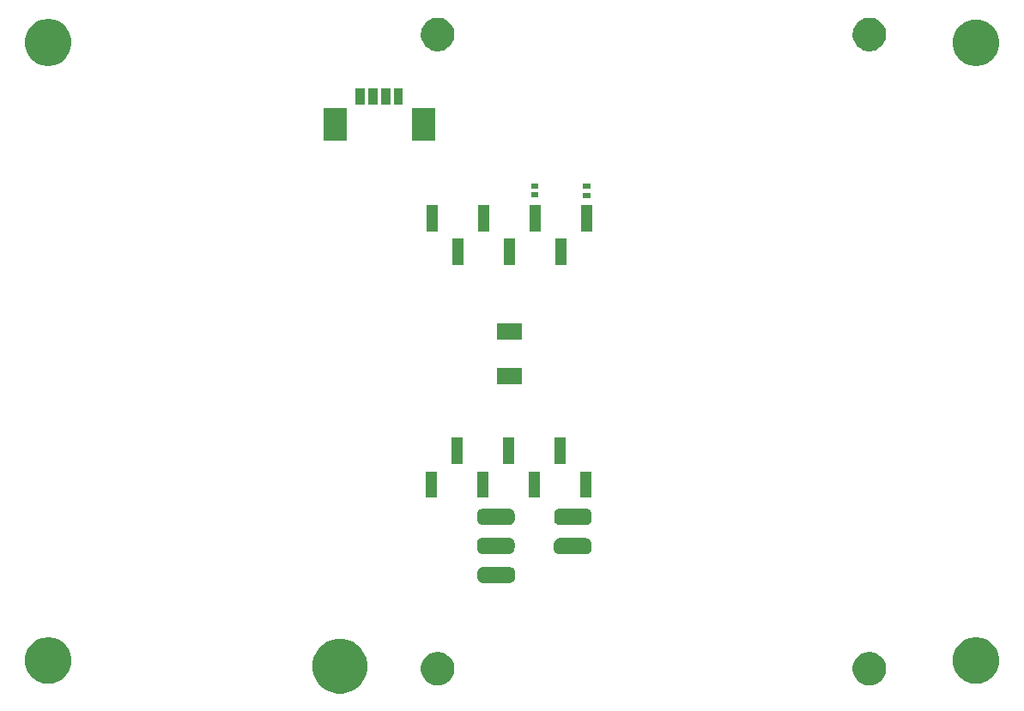
<source format=gbr>
G04 #@! TF.GenerationSoftware,KiCad,Pcbnew,(5.1.2)-2*
G04 #@! TF.CreationDate,2021-11-10T11:23:53-03:00*
G04 #@! TF.ProjectId,MAG_Plus,4d41475f-506c-4757-932e-6b696361645f,rev?*
G04 #@! TF.SameCoordinates,Original*
G04 #@! TF.FileFunction,Soldermask,Top*
G04 #@! TF.FilePolarity,Negative*
%FSLAX46Y46*%
G04 Gerber Fmt 4.6, Leading zero omitted, Abs format (unit mm)*
G04 Created by KiCad (PCBNEW (5.1.2)-2) date 2021-11-10 11:23:53*
%MOMM*%
%LPD*%
G04 APERTURE LIST*
%ADD10C,0.100000*%
G04 APERTURE END LIST*
D10*
G36*
X284647852Y-105762797D02*
G01*
X285139402Y-105966404D01*
X285139403Y-105966405D01*
X285581787Y-106261996D01*
X285958004Y-106638213D01*
X286006017Y-106710070D01*
X286253596Y-107080598D01*
X286457203Y-107572148D01*
X286561000Y-108093973D01*
X286561000Y-108626027D01*
X286457203Y-109147852D01*
X286253596Y-109639402D01*
X286253595Y-109639403D01*
X285958004Y-110081787D01*
X285581787Y-110458004D01*
X285286195Y-110655512D01*
X285139402Y-110753596D01*
X284647852Y-110957203D01*
X284126027Y-111061000D01*
X283593973Y-111061000D01*
X283072148Y-110957203D01*
X282580598Y-110753596D01*
X282433805Y-110655512D01*
X282138213Y-110458004D01*
X281761996Y-110081787D01*
X281466405Y-109639403D01*
X281466404Y-109639402D01*
X281262797Y-109147852D01*
X281159000Y-108626027D01*
X281159000Y-108093973D01*
X281262797Y-107572148D01*
X281466404Y-107080598D01*
X281713983Y-106710070D01*
X281761996Y-106638213D01*
X282138213Y-106261996D01*
X282580597Y-105966405D01*
X282580598Y-105966404D01*
X283072148Y-105762797D01*
X283593973Y-105659000D01*
X284126027Y-105659000D01*
X284647852Y-105762797D01*
X284647852Y-105762797D01*
G37*
G36*
X336475256Y-107001298D02*
G01*
X336581579Y-107022447D01*
X336794037Y-107110450D01*
X336838396Y-107128824D01*
X336882042Y-107146903D01*
X337152451Y-107327585D01*
X337382415Y-107557549D01*
X337392986Y-107573370D01*
X337563098Y-107827960D01*
X337687553Y-108128422D01*
X337751000Y-108447389D01*
X337751000Y-108772611D01*
X337727663Y-108889932D01*
X337687553Y-109091579D01*
X337563097Y-109392042D01*
X337382415Y-109662451D01*
X337152451Y-109892415D01*
X336882042Y-110073097D01*
X336581579Y-110197553D01*
X336475256Y-110218702D01*
X336262611Y-110261000D01*
X335937389Y-110261000D01*
X335724744Y-110218702D01*
X335618421Y-110197553D01*
X335317958Y-110073097D01*
X335047549Y-109892415D01*
X334817585Y-109662451D01*
X334636903Y-109392042D01*
X334512447Y-109091579D01*
X334472337Y-108889932D01*
X334449000Y-108772611D01*
X334449000Y-108447389D01*
X334512447Y-108128422D01*
X334636902Y-107827960D01*
X334807014Y-107573370D01*
X334817585Y-107557549D01*
X335047549Y-107327585D01*
X335317958Y-107146903D01*
X335361605Y-107128824D01*
X335405963Y-107110450D01*
X335618421Y-107022447D01*
X335724744Y-107001298D01*
X335937389Y-106959000D01*
X336262611Y-106959000D01*
X336475256Y-107001298D01*
X336475256Y-107001298D01*
G37*
G36*
X293885256Y-107001298D02*
G01*
X293991579Y-107022447D01*
X294204037Y-107110450D01*
X294248396Y-107128824D01*
X294292042Y-107146903D01*
X294562451Y-107327585D01*
X294792415Y-107557549D01*
X294802986Y-107573370D01*
X294973098Y-107827960D01*
X295097553Y-108128422D01*
X295161000Y-108447389D01*
X295161000Y-108772611D01*
X295137663Y-108889932D01*
X295097553Y-109091579D01*
X294973097Y-109392042D01*
X294792415Y-109662451D01*
X294562451Y-109892415D01*
X294292042Y-110073097D01*
X293991579Y-110197553D01*
X293885256Y-110218702D01*
X293672611Y-110261000D01*
X293347389Y-110261000D01*
X293134744Y-110218702D01*
X293028421Y-110197553D01*
X292727958Y-110073097D01*
X292457549Y-109892415D01*
X292227585Y-109662451D01*
X292046903Y-109392042D01*
X291922447Y-109091579D01*
X291882337Y-108889932D01*
X291859000Y-108772611D01*
X291859000Y-108447389D01*
X291922447Y-108128422D01*
X292046902Y-107827960D01*
X292217014Y-107573370D01*
X292227585Y-107557549D01*
X292457549Y-107327585D01*
X292727958Y-107146903D01*
X292771605Y-107128824D01*
X292815963Y-107110450D01*
X293028421Y-107022447D01*
X293134744Y-107001298D01*
X293347389Y-106959000D01*
X293672611Y-106959000D01*
X293885256Y-107001298D01*
X293885256Y-107001298D01*
G37*
G36*
X255548903Y-105543213D02*
G01*
X255771177Y-105587426D01*
X256189932Y-105760880D01*
X256566802Y-106012696D01*
X256887304Y-106333198D01*
X257139120Y-106710068D01*
X257312574Y-107128823D01*
X257312574Y-107128824D01*
X257401000Y-107573370D01*
X257401000Y-108026630D01*
X257387604Y-108093975D01*
X257312574Y-108471177D01*
X257139120Y-108889932D01*
X256887304Y-109266802D01*
X256566802Y-109587304D01*
X256189932Y-109839120D01*
X255771177Y-110012574D01*
X255548903Y-110056787D01*
X255326630Y-110101000D01*
X254873370Y-110101000D01*
X254651097Y-110056787D01*
X254428823Y-110012574D01*
X254010068Y-109839120D01*
X253633198Y-109587304D01*
X253312696Y-109266802D01*
X253060880Y-108889932D01*
X252887426Y-108471177D01*
X252812396Y-108093975D01*
X252799000Y-108026630D01*
X252799000Y-107573370D01*
X252887426Y-107128824D01*
X252887426Y-107128823D01*
X253060880Y-106710068D01*
X253312696Y-106333198D01*
X253633198Y-106012696D01*
X254010068Y-105760880D01*
X254428823Y-105587426D01*
X254651097Y-105543213D01*
X254873370Y-105499000D01*
X255326630Y-105499000D01*
X255548903Y-105543213D01*
X255548903Y-105543213D01*
G37*
G36*
X347048903Y-105543213D02*
G01*
X347271177Y-105587426D01*
X347689932Y-105760880D01*
X348066802Y-106012696D01*
X348387304Y-106333198D01*
X348639120Y-106710068D01*
X348812574Y-107128823D01*
X348812574Y-107128824D01*
X348901000Y-107573370D01*
X348901000Y-108026630D01*
X348887604Y-108093975D01*
X348812574Y-108471177D01*
X348639120Y-108889932D01*
X348387304Y-109266802D01*
X348066802Y-109587304D01*
X347689932Y-109839120D01*
X347271177Y-110012574D01*
X347048903Y-110056787D01*
X346826630Y-110101000D01*
X346373370Y-110101000D01*
X346151097Y-110056787D01*
X345928823Y-110012574D01*
X345510068Y-109839120D01*
X345133198Y-109587304D01*
X344812696Y-109266802D01*
X344560880Y-108889932D01*
X344387426Y-108471177D01*
X344312396Y-108093975D01*
X344299000Y-108026630D01*
X344299000Y-107573370D01*
X344387426Y-107128824D01*
X344387426Y-107128823D01*
X344560880Y-106710068D01*
X344812696Y-106333198D01*
X345133198Y-106012696D01*
X345510068Y-105760880D01*
X345928823Y-105587426D01*
X346151097Y-105543213D01*
X346373370Y-105499000D01*
X346826630Y-105499000D01*
X347048903Y-105543213D01*
X347048903Y-105543213D01*
G37*
G36*
X298549999Y-98549737D02*
G01*
X298564528Y-98554145D01*
X298577711Y-98559606D01*
X298601745Y-98564388D01*
X298626249Y-98564389D01*
X298650282Y-98559609D01*
X298672921Y-98550232D01*
X298674765Y-98549000D01*
X299906050Y-98549000D01*
X299918164Y-98555475D01*
X299941613Y-98562588D01*
X299965999Y-98564990D01*
X299990385Y-98562588D01*
X300013834Y-98555475D01*
X300018746Y-98553152D01*
X300030001Y-98549737D01*
X300046140Y-98548148D01*
X300583861Y-98548148D01*
X300602199Y-98549954D01*
X300614450Y-98550556D01*
X300632869Y-98550556D01*
X300655149Y-98552750D01*
X300739233Y-98569476D01*
X300760660Y-98575976D01*
X300839858Y-98608780D01*
X300845303Y-98611691D01*
X300845309Y-98611693D01*
X300854169Y-98616429D01*
X300854173Y-98616432D01*
X300859614Y-98619340D01*
X300930899Y-98666971D01*
X300948204Y-98681172D01*
X301008828Y-98741796D01*
X301023029Y-98759101D01*
X301070660Y-98830386D01*
X301073568Y-98835827D01*
X301073571Y-98835831D01*
X301078307Y-98844691D01*
X301078309Y-98844697D01*
X301081220Y-98850142D01*
X301114024Y-98929340D01*
X301120524Y-98950767D01*
X301137250Y-99034851D01*
X301139444Y-99057131D01*
X301139444Y-99075550D01*
X301140046Y-99087801D01*
X301141852Y-99106139D01*
X301141852Y-99593862D01*
X301140046Y-99612199D01*
X301139444Y-99624450D01*
X301139444Y-99642869D01*
X301137250Y-99665149D01*
X301120524Y-99749233D01*
X301114024Y-99770660D01*
X301081220Y-99849858D01*
X301078309Y-99855303D01*
X301078307Y-99855309D01*
X301073571Y-99864169D01*
X301073568Y-99864173D01*
X301070660Y-99869614D01*
X301023029Y-99940899D01*
X301008828Y-99958204D01*
X300948204Y-100018828D01*
X300930899Y-100033029D01*
X300859614Y-100080660D01*
X300854173Y-100083568D01*
X300854169Y-100083571D01*
X300845309Y-100088307D01*
X300845303Y-100088309D01*
X300839858Y-100091220D01*
X300760660Y-100124024D01*
X300739233Y-100130524D01*
X300655149Y-100147250D01*
X300632869Y-100149444D01*
X300614450Y-100149444D01*
X300602199Y-100150046D01*
X300583862Y-100151852D01*
X300046140Y-100151852D01*
X300030001Y-100150263D01*
X300015472Y-100145855D01*
X300002289Y-100140394D01*
X299978255Y-100135612D01*
X299953751Y-100135611D01*
X299929718Y-100140391D01*
X299907079Y-100149768D01*
X299905235Y-100151000D01*
X298673950Y-100151000D01*
X298661836Y-100144525D01*
X298638387Y-100137412D01*
X298614001Y-100135010D01*
X298589615Y-100137412D01*
X298566166Y-100144525D01*
X298561254Y-100146848D01*
X298549999Y-100150263D01*
X298533860Y-100151852D01*
X297996138Y-100151852D01*
X297977801Y-100150046D01*
X297965550Y-100149444D01*
X297947131Y-100149444D01*
X297924851Y-100147250D01*
X297840767Y-100130524D01*
X297819340Y-100124024D01*
X297740142Y-100091220D01*
X297734697Y-100088309D01*
X297734691Y-100088307D01*
X297725831Y-100083571D01*
X297725827Y-100083568D01*
X297720386Y-100080660D01*
X297649101Y-100033029D01*
X297631796Y-100018828D01*
X297571172Y-99958204D01*
X297556971Y-99940899D01*
X297509340Y-99869614D01*
X297506432Y-99864173D01*
X297506429Y-99864169D01*
X297501693Y-99855309D01*
X297501691Y-99855303D01*
X297498780Y-99849858D01*
X297465976Y-99770660D01*
X297459476Y-99749233D01*
X297442750Y-99665149D01*
X297440556Y-99642869D01*
X297440556Y-99624450D01*
X297439954Y-99612199D01*
X297438148Y-99593862D01*
X297438148Y-99106139D01*
X297439954Y-99087801D01*
X297440556Y-99075550D01*
X297440556Y-99057131D01*
X297442750Y-99034851D01*
X297459476Y-98950767D01*
X297465976Y-98929340D01*
X297498780Y-98850142D01*
X297501691Y-98844697D01*
X297501693Y-98844691D01*
X297506429Y-98835831D01*
X297506432Y-98835827D01*
X297509340Y-98830386D01*
X297556971Y-98759101D01*
X297571172Y-98741796D01*
X297631796Y-98681172D01*
X297649101Y-98666971D01*
X297720386Y-98619340D01*
X297725827Y-98616432D01*
X297725831Y-98616429D01*
X297734691Y-98611693D01*
X297734697Y-98611691D01*
X297740142Y-98608780D01*
X297819340Y-98575976D01*
X297840767Y-98569476D01*
X297924851Y-98552750D01*
X297947131Y-98550556D01*
X297965550Y-98550556D01*
X297977801Y-98549954D01*
X297996139Y-98548148D01*
X298533860Y-98548148D01*
X298549999Y-98549737D01*
X298549999Y-98549737D01*
G37*
G36*
X306089999Y-95709737D02*
G01*
X306104528Y-95714145D01*
X306117711Y-95719606D01*
X306141745Y-95724388D01*
X306166249Y-95724389D01*
X306190282Y-95719609D01*
X306212921Y-95710232D01*
X306214765Y-95709000D01*
X307446050Y-95709000D01*
X307458164Y-95715475D01*
X307481613Y-95722588D01*
X307505999Y-95724990D01*
X307530385Y-95722588D01*
X307553834Y-95715475D01*
X307558746Y-95713152D01*
X307570001Y-95709737D01*
X307586140Y-95708148D01*
X308123861Y-95708148D01*
X308142199Y-95709954D01*
X308154450Y-95710556D01*
X308172869Y-95710556D01*
X308195149Y-95712750D01*
X308279233Y-95729476D01*
X308300660Y-95735976D01*
X308379858Y-95768780D01*
X308385303Y-95771691D01*
X308385309Y-95771693D01*
X308394169Y-95776429D01*
X308394173Y-95776432D01*
X308399614Y-95779340D01*
X308470899Y-95826971D01*
X308488204Y-95841172D01*
X308548828Y-95901796D01*
X308563029Y-95919101D01*
X308610660Y-95990386D01*
X308613568Y-95995827D01*
X308613571Y-95995831D01*
X308618307Y-96004691D01*
X308618309Y-96004697D01*
X308621220Y-96010142D01*
X308654024Y-96089340D01*
X308660524Y-96110767D01*
X308677250Y-96194851D01*
X308679444Y-96217131D01*
X308679444Y-96235550D01*
X308680046Y-96247801D01*
X308681852Y-96266139D01*
X308681852Y-96753862D01*
X308680046Y-96772199D01*
X308679444Y-96784450D01*
X308679444Y-96802869D01*
X308677250Y-96825149D01*
X308660524Y-96909233D01*
X308654024Y-96930660D01*
X308621220Y-97009858D01*
X308618309Y-97015303D01*
X308618307Y-97015309D01*
X308613571Y-97024169D01*
X308613568Y-97024173D01*
X308610660Y-97029614D01*
X308563029Y-97100899D01*
X308548828Y-97118204D01*
X308488204Y-97178828D01*
X308470899Y-97193029D01*
X308399614Y-97240660D01*
X308394173Y-97243568D01*
X308394169Y-97243571D01*
X308385309Y-97248307D01*
X308385303Y-97248309D01*
X308379858Y-97251220D01*
X308300660Y-97284024D01*
X308279233Y-97290524D01*
X308195149Y-97307250D01*
X308172869Y-97309444D01*
X308154450Y-97309444D01*
X308142199Y-97310046D01*
X308123862Y-97311852D01*
X307586140Y-97311852D01*
X307570001Y-97310263D01*
X307555472Y-97305855D01*
X307542289Y-97300394D01*
X307518255Y-97295612D01*
X307493751Y-97295611D01*
X307469718Y-97300391D01*
X307447079Y-97309768D01*
X307445235Y-97311000D01*
X306213950Y-97311000D01*
X306201836Y-97304525D01*
X306178387Y-97297412D01*
X306154001Y-97295010D01*
X306129615Y-97297412D01*
X306106166Y-97304525D01*
X306101254Y-97306848D01*
X306089999Y-97310263D01*
X306073860Y-97311852D01*
X305536138Y-97311852D01*
X305517801Y-97310046D01*
X305505550Y-97309444D01*
X305487131Y-97309444D01*
X305464851Y-97307250D01*
X305380767Y-97290524D01*
X305359340Y-97284024D01*
X305280142Y-97251220D01*
X305274697Y-97248309D01*
X305274691Y-97248307D01*
X305265831Y-97243571D01*
X305265827Y-97243568D01*
X305260386Y-97240660D01*
X305189101Y-97193029D01*
X305171796Y-97178828D01*
X305111172Y-97118204D01*
X305096971Y-97100899D01*
X305049340Y-97029614D01*
X305046432Y-97024173D01*
X305046429Y-97024169D01*
X305041693Y-97015309D01*
X305041691Y-97015303D01*
X305038780Y-97009858D01*
X305005976Y-96930660D01*
X304999476Y-96909233D01*
X304982750Y-96825149D01*
X304980556Y-96802869D01*
X304980556Y-96784450D01*
X304979954Y-96772199D01*
X304978148Y-96753862D01*
X304978148Y-96266139D01*
X304979954Y-96247801D01*
X304980556Y-96235550D01*
X304980556Y-96217131D01*
X304982750Y-96194851D01*
X304999476Y-96110767D01*
X305005976Y-96089340D01*
X305038780Y-96010142D01*
X305041691Y-96004697D01*
X305041693Y-96004691D01*
X305046429Y-95995831D01*
X305046432Y-95995827D01*
X305049340Y-95990386D01*
X305096971Y-95919101D01*
X305111172Y-95901796D01*
X305171796Y-95841172D01*
X305189101Y-95826971D01*
X305260386Y-95779340D01*
X305265827Y-95776432D01*
X305265831Y-95776429D01*
X305274691Y-95771693D01*
X305274697Y-95771691D01*
X305280142Y-95768780D01*
X305359340Y-95735976D01*
X305380767Y-95729476D01*
X305464851Y-95712750D01*
X305487131Y-95710556D01*
X305505550Y-95710556D01*
X305517801Y-95709954D01*
X305536139Y-95708148D01*
X306073860Y-95708148D01*
X306089999Y-95709737D01*
X306089999Y-95709737D01*
G37*
G36*
X298509999Y-95669737D02*
G01*
X298524528Y-95674145D01*
X298537711Y-95679606D01*
X298561745Y-95684388D01*
X298586249Y-95684389D01*
X298610282Y-95679609D01*
X298632921Y-95670232D01*
X298634765Y-95669000D01*
X299866050Y-95669000D01*
X299878164Y-95675475D01*
X299901613Y-95682588D01*
X299925999Y-95684990D01*
X299950385Y-95682588D01*
X299973834Y-95675475D01*
X299978746Y-95673152D01*
X299990001Y-95669737D01*
X300006140Y-95668148D01*
X300543861Y-95668148D01*
X300562199Y-95669954D01*
X300574450Y-95670556D01*
X300592869Y-95670556D01*
X300615149Y-95672750D01*
X300699233Y-95689476D01*
X300720660Y-95695976D01*
X300799858Y-95728780D01*
X300805303Y-95731691D01*
X300805309Y-95731693D01*
X300814169Y-95736429D01*
X300814173Y-95736432D01*
X300819614Y-95739340D01*
X300890899Y-95786971D01*
X300908204Y-95801172D01*
X300968828Y-95861796D01*
X300983029Y-95879101D01*
X301030660Y-95950386D01*
X301033568Y-95955827D01*
X301033571Y-95955831D01*
X301038307Y-95964691D01*
X301038309Y-95964697D01*
X301041220Y-95970142D01*
X301074024Y-96049340D01*
X301080524Y-96070767D01*
X301097250Y-96154851D01*
X301099444Y-96177131D01*
X301099444Y-96195550D01*
X301100046Y-96207801D01*
X301101852Y-96226139D01*
X301101852Y-96713862D01*
X301100046Y-96732199D01*
X301099444Y-96744450D01*
X301099444Y-96762869D01*
X301097250Y-96785149D01*
X301080524Y-96869233D01*
X301074024Y-96890660D01*
X301041220Y-96969858D01*
X301038309Y-96975303D01*
X301038307Y-96975309D01*
X301033571Y-96984169D01*
X301033568Y-96984173D01*
X301030660Y-96989614D01*
X300983029Y-97060899D01*
X300968828Y-97078204D01*
X300908204Y-97138828D01*
X300890899Y-97153029D01*
X300819614Y-97200660D01*
X300814173Y-97203568D01*
X300814169Y-97203571D01*
X300805309Y-97208307D01*
X300805303Y-97208309D01*
X300799858Y-97211220D01*
X300720660Y-97244024D01*
X300699233Y-97250524D01*
X300615149Y-97267250D01*
X300592869Y-97269444D01*
X300574450Y-97269444D01*
X300562199Y-97270046D01*
X300543862Y-97271852D01*
X300006140Y-97271852D01*
X299990001Y-97270263D01*
X299975472Y-97265855D01*
X299962289Y-97260394D01*
X299938255Y-97255612D01*
X299913751Y-97255611D01*
X299889718Y-97260391D01*
X299867079Y-97269768D01*
X299865235Y-97271000D01*
X298633950Y-97271000D01*
X298621836Y-97264525D01*
X298598387Y-97257412D01*
X298574001Y-97255010D01*
X298549615Y-97257412D01*
X298526166Y-97264525D01*
X298521254Y-97266848D01*
X298509999Y-97270263D01*
X298493860Y-97271852D01*
X297956138Y-97271852D01*
X297937801Y-97270046D01*
X297925550Y-97269444D01*
X297907131Y-97269444D01*
X297884851Y-97267250D01*
X297800767Y-97250524D01*
X297779340Y-97244024D01*
X297700142Y-97211220D01*
X297694697Y-97208309D01*
X297694691Y-97208307D01*
X297685831Y-97203571D01*
X297685827Y-97203568D01*
X297680386Y-97200660D01*
X297609101Y-97153029D01*
X297591796Y-97138828D01*
X297531172Y-97078204D01*
X297516971Y-97060899D01*
X297469340Y-96989614D01*
X297466432Y-96984173D01*
X297466429Y-96984169D01*
X297461693Y-96975309D01*
X297461691Y-96975303D01*
X297458780Y-96969858D01*
X297425976Y-96890660D01*
X297419476Y-96869233D01*
X297402750Y-96785149D01*
X297400556Y-96762869D01*
X297400556Y-96744450D01*
X297399954Y-96732199D01*
X297398148Y-96713862D01*
X297398148Y-96226139D01*
X297399954Y-96207801D01*
X297400556Y-96195550D01*
X297400556Y-96177131D01*
X297402750Y-96154851D01*
X297419476Y-96070767D01*
X297425976Y-96049340D01*
X297458780Y-95970142D01*
X297461691Y-95964697D01*
X297461693Y-95964691D01*
X297466429Y-95955831D01*
X297466432Y-95955827D01*
X297469340Y-95950386D01*
X297516971Y-95879101D01*
X297531172Y-95861796D01*
X297591796Y-95801172D01*
X297609101Y-95786971D01*
X297680386Y-95739340D01*
X297685827Y-95736432D01*
X297685831Y-95736429D01*
X297694691Y-95731693D01*
X297694697Y-95731691D01*
X297700142Y-95728780D01*
X297779340Y-95695976D01*
X297800767Y-95689476D01*
X297884851Y-95672750D01*
X297907131Y-95670556D01*
X297925550Y-95670556D01*
X297937801Y-95669954D01*
X297956139Y-95668148D01*
X298493860Y-95668148D01*
X298509999Y-95669737D01*
X298509999Y-95669737D01*
G37*
G36*
X306109999Y-92809737D02*
G01*
X306124528Y-92814145D01*
X306137711Y-92819606D01*
X306161745Y-92824388D01*
X306186249Y-92824389D01*
X306210282Y-92819609D01*
X306232921Y-92810232D01*
X306234765Y-92809000D01*
X307466050Y-92809000D01*
X307478164Y-92815475D01*
X307501613Y-92822588D01*
X307525999Y-92824990D01*
X307550385Y-92822588D01*
X307573834Y-92815475D01*
X307578746Y-92813152D01*
X307590001Y-92809737D01*
X307606140Y-92808148D01*
X308143861Y-92808148D01*
X308162199Y-92809954D01*
X308174450Y-92810556D01*
X308192869Y-92810556D01*
X308215149Y-92812750D01*
X308299233Y-92829476D01*
X308320660Y-92835976D01*
X308399858Y-92868780D01*
X308405303Y-92871691D01*
X308405309Y-92871693D01*
X308414169Y-92876429D01*
X308414173Y-92876432D01*
X308419614Y-92879340D01*
X308490899Y-92926971D01*
X308508204Y-92941172D01*
X308568828Y-93001796D01*
X308583029Y-93019101D01*
X308630660Y-93090386D01*
X308633568Y-93095827D01*
X308633571Y-93095831D01*
X308638307Y-93104691D01*
X308638309Y-93104697D01*
X308641220Y-93110142D01*
X308674024Y-93189340D01*
X308680524Y-93210767D01*
X308697250Y-93294851D01*
X308699444Y-93317131D01*
X308699444Y-93335550D01*
X308700046Y-93347801D01*
X308701852Y-93366139D01*
X308701852Y-93853862D01*
X308700046Y-93872199D01*
X308699444Y-93884450D01*
X308699444Y-93902869D01*
X308697250Y-93925149D01*
X308680524Y-94009233D01*
X308674024Y-94030660D01*
X308641220Y-94109858D01*
X308638309Y-94115303D01*
X308638307Y-94115309D01*
X308633571Y-94124169D01*
X308633568Y-94124173D01*
X308630660Y-94129614D01*
X308583029Y-94200899D01*
X308568828Y-94218204D01*
X308508204Y-94278828D01*
X308490899Y-94293029D01*
X308419614Y-94340660D01*
X308414173Y-94343568D01*
X308414169Y-94343571D01*
X308405309Y-94348307D01*
X308405303Y-94348309D01*
X308399858Y-94351220D01*
X308320660Y-94384024D01*
X308299233Y-94390524D01*
X308215149Y-94407250D01*
X308192869Y-94409444D01*
X308174450Y-94409444D01*
X308162199Y-94410046D01*
X308143862Y-94411852D01*
X307606140Y-94411852D01*
X307590001Y-94410263D01*
X307575472Y-94405855D01*
X307562289Y-94400394D01*
X307538255Y-94395612D01*
X307513751Y-94395611D01*
X307489718Y-94400391D01*
X307467079Y-94409768D01*
X307465235Y-94411000D01*
X306233950Y-94411000D01*
X306221836Y-94404525D01*
X306198387Y-94397412D01*
X306174001Y-94395010D01*
X306149615Y-94397412D01*
X306126166Y-94404525D01*
X306121254Y-94406848D01*
X306109999Y-94410263D01*
X306093860Y-94411852D01*
X305556138Y-94411852D01*
X305537801Y-94410046D01*
X305525550Y-94409444D01*
X305507131Y-94409444D01*
X305484851Y-94407250D01*
X305400767Y-94390524D01*
X305379340Y-94384024D01*
X305300142Y-94351220D01*
X305294697Y-94348309D01*
X305294691Y-94348307D01*
X305285831Y-94343571D01*
X305285827Y-94343568D01*
X305280386Y-94340660D01*
X305209101Y-94293029D01*
X305191796Y-94278828D01*
X305131172Y-94218204D01*
X305116971Y-94200899D01*
X305069340Y-94129614D01*
X305066432Y-94124173D01*
X305066429Y-94124169D01*
X305061693Y-94115309D01*
X305061691Y-94115303D01*
X305058780Y-94109858D01*
X305025976Y-94030660D01*
X305019476Y-94009233D01*
X305002750Y-93925149D01*
X305000556Y-93902869D01*
X305000556Y-93884450D01*
X304999954Y-93872199D01*
X304998148Y-93853862D01*
X304998148Y-93366139D01*
X304999954Y-93347801D01*
X305000556Y-93335550D01*
X305000556Y-93317131D01*
X305002750Y-93294851D01*
X305019476Y-93210767D01*
X305025976Y-93189340D01*
X305058780Y-93110142D01*
X305061691Y-93104697D01*
X305061693Y-93104691D01*
X305066429Y-93095831D01*
X305066432Y-93095827D01*
X305069340Y-93090386D01*
X305116971Y-93019101D01*
X305131172Y-93001796D01*
X305191796Y-92941172D01*
X305209101Y-92926971D01*
X305280386Y-92879340D01*
X305285827Y-92876432D01*
X305285831Y-92876429D01*
X305294691Y-92871693D01*
X305294697Y-92871691D01*
X305300142Y-92868780D01*
X305379340Y-92835976D01*
X305400767Y-92829476D01*
X305484851Y-92812750D01*
X305507131Y-92810556D01*
X305525550Y-92810556D01*
X305537801Y-92809954D01*
X305556139Y-92808148D01*
X306093860Y-92808148D01*
X306109999Y-92809737D01*
X306109999Y-92809737D01*
G37*
G36*
X298529999Y-92799737D02*
G01*
X298544528Y-92804145D01*
X298557711Y-92809606D01*
X298581745Y-92814388D01*
X298606249Y-92814389D01*
X298630282Y-92809609D01*
X298652921Y-92800232D01*
X298654765Y-92799000D01*
X299886050Y-92799000D01*
X299898164Y-92805475D01*
X299921613Y-92812588D01*
X299945999Y-92814990D01*
X299970385Y-92812588D01*
X299993834Y-92805475D01*
X299998746Y-92803152D01*
X300010001Y-92799737D01*
X300026140Y-92798148D01*
X300563861Y-92798148D01*
X300582199Y-92799954D01*
X300594450Y-92800556D01*
X300612869Y-92800556D01*
X300635149Y-92802750D01*
X300719233Y-92819476D01*
X300740660Y-92825976D01*
X300819858Y-92858780D01*
X300825303Y-92861691D01*
X300825309Y-92861693D01*
X300834169Y-92866429D01*
X300834173Y-92866432D01*
X300839614Y-92869340D01*
X300910899Y-92916971D01*
X300928204Y-92931172D01*
X300988828Y-92991796D01*
X301003029Y-93009101D01*
X301050660Y-93080386D01*
X301053568Y-93085827D01*
X301053571Y-93085831D01*
X301058307Y-93094691D01*
X301058309Y-93094697D01*
X301061220Y-93100142D01*
X301094024Y-93179340D01*
X301100524Y-93200767D01*
X301117250Y-93284851D01*
X301119444Y-93307131D01*
X301119444Y-93325550D01*
X301120046Y-93337801D01*
X301121852Y-93356139D01*
X301121852Y-93843862D01*
X301120046Y-93862199D01*
X301119444Y-93874450D01*
X301119444Y-93892869D01*
X301117250Y-93915149D01*
X301100524Y-93999233D01*
X301094024Y-94020660D01*
X301061220Y-94099858D01*
X301058309Y-94105303D01*
X301058307Y-94105309D01*
X301053571Y-94114169D01*
X301053568Y-94114173D01*
X301050660Y-94119614D01*
X301003029Y-94190899D01*
X300988828Y-94208204D01*
X300928204Y-94268828D01*
X300910899Y-94283029D01*
X300839614Y-94330660D01*
X300834173Y-94333568D01*
X300834169Y-94333571D01*
X300825309Y-94338307D01*
X300825303Y-94338309D01*
X300819858Y-94341220D01*
X300740660Y-94374024D01*
X300719233Y-94380524D01*
X300635149Y-94397250D01*
X300612869Y-94399444D01*
X300594450Y-94399444D01*
X300582199Y-94400046D01*
X300563862Y-94401852D01*
X300026140Y-94401852D01*
X300010001Y-94400263D01*
X299995472Y-94395855D01*
X299982289Y-94390394D01*
X299958255Y-94385612D01*
X299933751Y-94385611D01*
X299909718Y-94390391D01*
X299887079Y-94399768D01*
X299885235Y-94401000D01*
X298653950Y-94401000D01*
X298641836Y-94394525D01*
X298618387Y-94387412D01*
X298594001Y-94385010D01*
X298569615Y-94387412D01*
X298546166Y-94394525D01*
X298541254Y-94396848D01*
X298529999Y-94400263D01*
X298513860Y-94401852D01*
X297976138Y-94401852D01*
X297957801Y-94400046D01*
X297945550Y-94399444D01*
X297927131Y-94399444D01*
X297904851Y-94397250D01*
X297820767Y-94380524D01*
X297799340Y-94374024D01*
X297720142Y-94341220D01*
X297714697Y-94338309D01*
X297714691Y-94338307D01*
X297705831Y-94333571D01*
X297705827Y-94333568D01*
X297700386Y-94330660D01*
X297629101Y-94283029D01*
X297611796Y-94268828D01*
X297551172Y-94208204D01*
X297536971Y-94190899D01*
X297489340Y-94119614D01*
X297486432Y-94114173D01*
X297486429Y-94114169D01*
X297481693Y-94105309D01*
X297481691Y-94105303D01*
X297478780Y-94099858D01*
X297445976Y-94020660D01*
X297439476Y-93999233D01*
X297422750Y-93915149D01*
X297420556Y-93892869D01*
X297420556Y-93874450D01*
X297419954Y-93862199D01*
X297418148Y-93843862D01*
X297418148Y-93356139D01*
X297419954Y-93337801D01*
X297420556Y-93325550D01*
X297420556Y-93307131D01*
X297422750Y-93284851D01*
X297439476Y-93200767D01*
X297445976Y-93179340D01*
X297478780Y-93100142D01*
X297481691Y-93094697D01*
X297481693Y-93094691D01*
X297486429Y-93085831D01*
X297486432Y-93085827D01*
X297489340Y-93080386D01*
X297536971Y-93009101D01*
X297551172Y-92991796D01*
X297611796Y-92931172D01*
X297629101Y-92916971D01*
X297700386Y-92869340D01*
X297705827Y-92866432D01*
X297705831Y-92866429D01*
X297714691Y-92861693D01*
X297714697Y-92861691D01*
X297720142Y-92858780D01*
X297799340Y-92825976D01*
X297820767Y-92819476D01*
X297904851Y-92802750D01*
X297927131Y-92800556D01*
X297945550Y-92800556D01*
X297957801Y-92799954D01*
X297976139Y-92798148D01*
X298513860Y-92798148D01*
X298529999Y-92799737D01*
X298529999Y-92799737D01*
G37*
G36*
X293451000Y-91731000D02*
G01*
X292349000Y-91731000D01*
X292349000Y-89119000D01*
X293451000Y-89119000D01*
X293451000Y-91731000D01*
X293451000Y-91731000D01*
G37*
G36*
X308691000Y-91731000D02*
G01*
X307589000Y-91731000D01*
X307589000Y-89119000D01*
X308691000Y-89119000D01*
X308691000Y-91731000D01*
X308691000Y-91731000D01*
G37*
G36*
X298531000Y-91731000D02*
G01*
X297429000Y-91731000D01*
X297429000Y-89119000D01*
X298531000Y-89119000D01*
X298531000Y-91731000D01*
X298531000Y-91731000D01*
G37*
G36*
X303611000Y-91731000D02*
G01*
X302509000Y-91731000D01*
X302509000Y-89119000D01*
X303611000Y-89119000D01*
X303611000Y-91731000D01*
X303611000Y-91731000D01*
G37*
G36*
X295991000Y-88421000D02*
G01*
X294889000Y-88421000D01*
X294889000Y-85809000D01*
X295991000Y-85809000D01*
X295991000Y-88421000D01*
X295991000Y-88421000D01*
G37*
G36*
X301071000Y-88421000D02*
G01*
X299969000Y-88421000D01*
X299969000Y-85809000D01*
X301071000Y-85809000D01*
X301071000Y-88421000D01*
X301071000Y-88421000D01*
G37*
G36*
X306151000Y-88421000D02*
G01*
X305049000Y-88421000D01*
X305049000Y-85809000D01*
X306151000Y-85809000D01*
X306151000Y-88421000D01*
X306151000Y-88421000D01*
G37*
G36*
X301861000Y-80496000D02*
G01*
X299359000Y-80496000D01*
X299359000Y-78944000D01*
X301861000Y-78944000D01*
X301861000Y-80496000D01*
X301861000Y-80496000D01*
G37*
G36*
X301861000Y-76096000D02*
G01*
X299359000Y-76096000D01*
X299359000Y-74544000D01*
X301861000Y-74544000D01*
X301861000Y-76096000D01*
X301861000Y-76096000D01*
G37*
G36*
X296031000Y-68751000D02*
G01*
X294929000Y-68751000D01*
X294929000Y-66139000D01*
X296031000Y-66139000D01*
X296031000Y-68751000D01*
X296031000Y-68751000D01*
G37*
G36*
X306191000Y-68751000D02*
G01*
X305089000Y-68751000D01*
X305089000Y-66139000D01*
X306191000Y-66139000D01*
X306191000Y-68751000D01*
X306191000Y-68751000D01*
G37*
G36*
X301111000Y-68751000D02*
G01*
X300009000Y-68751000D01*
X300009000Y-66139000D01*
X301111000Y-66139000D01*
X301111000Y-68751000D01*
X301111000Y-68751000D01*
G37*
G36*
X308731000Y-65441000D02*
G01*
X307629000Y-65441000D01*
X307629000Y-62829000D01*
X308731000Y-62829000D01*
X308731000Y-65441000D01*
X308731000Y-65441000D01*
G37*
G36*
X293491000Y-65441000D02*
G01*
X292389000Y-65441000D01*
X292389000Y-62829000D01*
X293491000Y-62829000D01*
X293491000Y-65441000D01*
X293491000Y-65441000D01*
G37*
G36*
X298571000Y-65441000D02*
G01*
X297469000Y-65441000D01*
X297469000Y-62829000D01*
X298571000Y-62829000D01*
X298571000Y-65441000D01*
X298571000Y-65441000D01*
G37*
G36*
X303651000Y-65441000D02*
G01*
X302549000Y-65441000D01*
X302549000Y-62829000D01*
X303651000Y-62829000D01*
X303651000Y-65441000D01*
X303651000Y-65441000D01*
G37*
G36*
X308561000Y-62111000D02*
G01*
X307859000Y-62111000D01*
X307859000Y-61609000D01*
X308561000Y-61609000D01*
X308561000Y-62111000D01*
X308561000Y-62111000D01*
G37*
G36*
X303441000Y-62101000D02*
G01*
X302739000Y-62101000D01*
X302739000Y-61599000D01*
X303441000Y-61599000D01*
X303441000Y-62101000D01*
X303441000Y-62101000D01*
G37*
G36*
X308561000Y-61211000D02*
G01*
X307859000Y-61211000D01*
X307859000Y-60709000D01*
X308561000Y-60709000D01*
X308561000Y-61211000D01*
X308561000Y-61211000D01*
G37*
G36*
X303441000Y-61201000D02*
G01*
X302739000Y-61201000D01*
X302739000Y-60699000D01*
X303441000Y-60699000D01*
X303441000Y-61201000D01*
X303441000Y-61201000D01*
G37*
G36*
X284526000Y-56476000D02*
G01*
X282224000Y-56476000D01*
X282224000Y-53274000D01*
X284526000Y-53274000D01*
X284526000Y-56476000D01*
X284526000Y-56476000D01*
G37*
G36*
X293276000Y-56476000D02*
G01*
X290974000Y-56476000D01*
X290974000Y-53274000D01*
X293276000Y-53274000D01*
X293276000Y-56476000D01*
X293276000Y-56476000D01*
G37*
G36*
X286326000Y-52926000D02*
G01*
X285424000Y-52926000D01*
X285424000Y-51324000D01*
X286326000Y-51324000D01*
X286326000Y-52926000D01*
X286326000Y-52926000D01*
G37*
G36*
X290076000Y-52926000D02*
G01*
X289174000Y-52926000D01*
X289174000Y-51324000D01*
X290076000Y-51324000D01*
X290076000Y-52926000D01*
X290076000Y-52926000D01*
G37*
G36*
X288826000Y-52926000D02*
G01*
X287924000Y-52926000D01*
X287924000Y-51324000D01*
X288826000Y-51324000D01*
X288826000Y-52926000D01*
X288826000Y-52926000D01*
G37*
G36*
X287576000Y-52926000D02*
G01*
X286674000Y-52926000D01*
X286674000Y-51324000D01*
X287576000Y-51324000D01*
X287576000Y-52926000D01*
X287576000Y-52926000D01*
G37*
G36*
X346966902Y-44526902D02*
G01*
X347271177Y-44587426D01*
X347689932Y-44760880D01*
X348066802Y-45012696D01*
X348387304Y-45333198D01*
X348639120Y-45710068D01*
X348812574Y-46128823D01*
X348901000Y-46573371D01*
X348901000Y-47026629D01*
X348812574Y-47471177D01*
X348639120Y-47889932D01*
X348387304Y-48266802D01*
X348066802Y-48587304D01*
X347689932Y-48839120D01*
X347271177Y-49012574D01*
X347048903Y-49056787D01*
X346826630Y-49101000D01*
X346373370Y-49101000D01*
X346151097Y-49056787D01*
X345928823Y-49012574D01*
X345510068Y-48839120D01*
X345133198Y-48587304D01*
X344812696Y-48266802D01*
X344560880Y-47889932D01*
X344387426Y-47471177D01*
X344299000Y-47026629D01*
X344299000Y-46573371D01*
X344387426Y-46128823D01*
X344560880Y-45710068D01*
X344812696Y-45333198D01*
X345133198Y-45012696D01*
X345510068Y-44760880D01*
X345928823Y-44587426D01*
X346233098Y-44526902D01*
X346373370Y-44499000D01*
X346826630Y-44499000D01*
X346966902Y-44526902D01*
X346966902Y-44526902D01*
G37*
G36*
X255548903Y-44533213D02*
G01*
X255771177Y-44577426D01*
X256189932Y-44750880D01*
X256566802Y-45002696D01*
X256887304Y-45323198D01*
X257139120Y-45700068D01*
X257312574Y-46118823D01*
X257312574Y-46118824D01*
X257382742Y-46471579D01*
X257401000Y-46563371D01*
X257401000Y-47016629D01*
X257312574Y-47461177D01*
X257139120Y-47879932D01*
X256887304Y-48256802D01*
X256566802Y-48577304D01*
X256189932Y-48829120D01*
X255771177Y-49002574D01*
X255548903Y-49046787D01*
X255326630Y-49091000D01*
X254873370Y-49091000D01*
X254651097Y-49046787D01*
X254428823Y-49002574D01*
X254010068Y-48829120D01*
X253633198Y-48577304D01*
X253312696Y-48256802D01*
X253060880Y-47879932D01*
X252887426Y-47461177D01*
X252799000Y-47016629D01*
X252799000Y-46563371D01*
X252817259Y-46471579D01*
X252887426Y-46118824D01*
X252887426Y-46118823D01*
X253060880Y-45700068D01*
X253312696Y-45323198D01*
X253633198Y-45002696D01*
X254010068Y-44750880D01*
X254428823Y-44577426D01*
X254651097Y-44533213D01*
X254873370Y-44489000D01*
X255326630Y-44489000D01*
X255548903Y-44533213D01*
X255548903Y-44533213D01*
G37*
G36*
X336475256Y-44381298D02*
G01*
X336581579Y-44402447D01*
X336882042Y-44526903D01*
X337152451Y-44707585D01*
X337382415Y-44937549D01*
X337432627Y-45012697D01*
X337563098Y-45207960D01*
X337687553Y-45508422D01*
X337727664Y-45710070D01*
X337751000Y-45827391D01*
X337751000Y-46152609D01*
X337687553Y-46471579D01*
X337563097Y-46772042D01*
X337382415Y-47042451D01*
X337152451Y-47272415D01*
X336882042Y-47453097D01*
X336882041Y-47453098D01*
X336882040Y-47453098D01*
X336838393Y-47471177D01*
X336581579Y-47577553D01*
X336475256Y-47598702D01*
X336262611Y-47641000D01*
X335937389Y-47641000D01*
X335724744Y-47598702D01*
X335618421Y-47577553D01*
X335361607Y-47471177D01*
X335317960Y-47453098D01*
X335317959Y-47453098D01*
X335317958Y-47453097D01*
X335047549Y-47272415D01*
X334817585Y-47042451D01*
X334636903Y-46772042D01*
X334512447Y-46471579D01*
X334449000Y-46152609D01*
X334449000Y-45827391D01*
X334472337Y-45710070D01*
X334512447Y-45508422D01*
X334636902Y-45207960D01*
X334767373Y-45012697D01*
X334817585Y-44937549D01*
X335047549Y-44707585D01*
X335317958Y-44526903D01*
X335618421Y-44402447D01*
X335724744Y-44381298D01*
X335937389Y-44339000D01*
X336262611Y-44339000D01*
X336475256Y-44381298D01*
X336475256Y-44381298D01*
G37*
G36*
X293885256Y-44381298D02*
G01*
X293991579Y-44402447D01*
X294292042Y-44526903D01*
X294562451Y-44707585D01*
X294792415Y-44937549D01*
X294842627Y-45012697D01*
X294973098Y-45207960D01*
X295097553Y-45508422D01*
X295137664Y-45710070D01*
X295161000Y-45827391D01*
X295161000Y-46152609D01*
X295097553Y-46471579D01*
X294973097Y-46772042D01*
X294792415Y-47042451D01*
X294562451Y-47272415D01*
X294292042Y-47453097D01*
X294292041Y-47453098D01*
X294292040Y-47453098D01*
X294248393Y-47471177D01*
X293991579Y-47577553D01*
X293885256Y-47598702D01*
X293672611Y-47641000D01*
X293347389Y-47641000D01*
X293134744Y-47598702D01*
X293028421Y-47577553D01*
X292771607Y-47471177D01*
X292727960Y-47453098D01*
X292727959Y-47453098D01*
X292727958Y-47453097D01*
X292457549Y-47272415D01*
X292227585Y-47042451D01*
X292046903Y-46772042D01*
X291922447Y-46471579D01*
X291859000Y-46152609D01*
X291859000Y-45827391D01*
X291882337Y-45710070D01*
X291922447Y-45508422D01*
X292046902Y-45207960D01*
X292177373Y-45012697D01*
X292227585Y-44937549D01*
X292457549Y-44707585D01*
X292727958Y-44526903D01*
X293028421Y-44402447D01*
X293134744Y-44381298D01*
X293347389Y-44339000D01*
X293672611Y-44339000D01*
X293885256Y-44381298D01*
X293885256Y-44381298D01*
G37*
M02*

</source>
